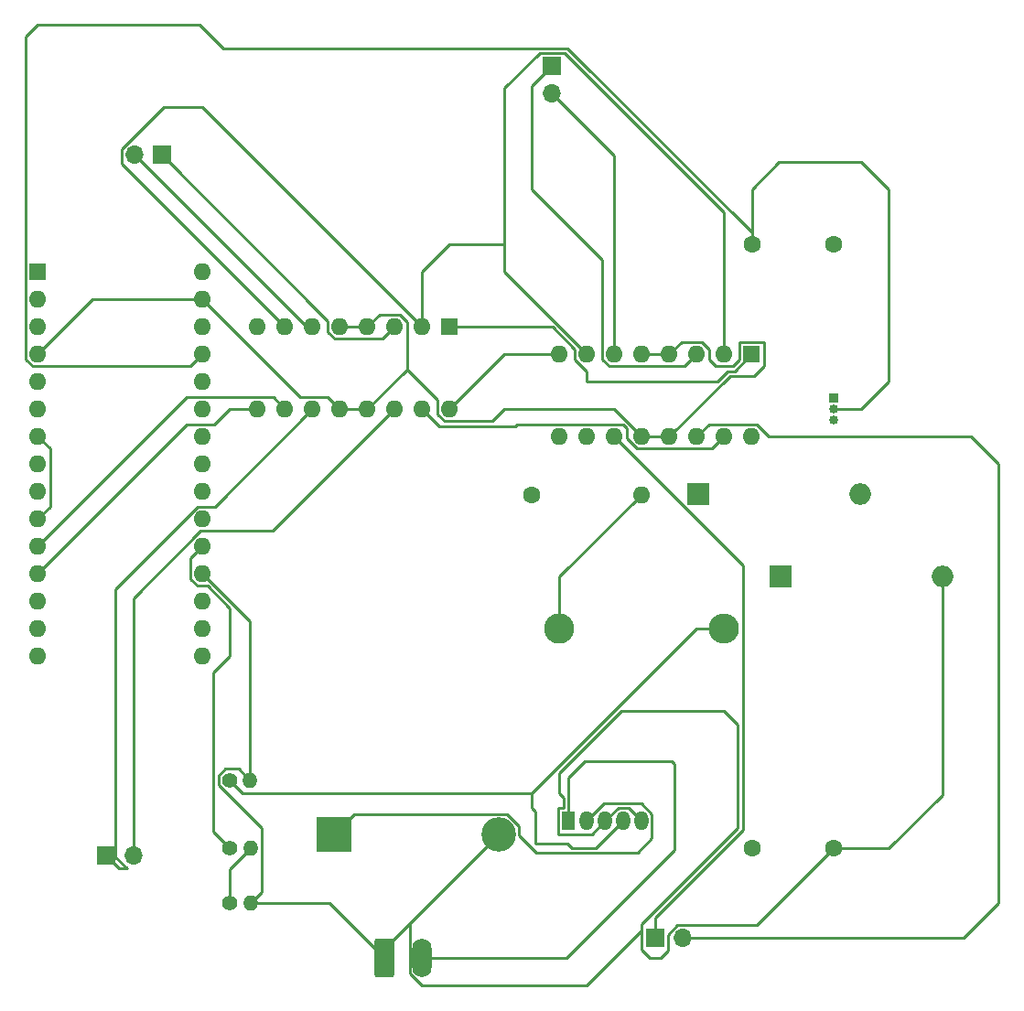
<source format=gbr>
%TF.GenerationSoftware,KiCad,Pcbnew,7.0.2*%
%TF.CreationDate,2023-04-22T23:51:56+05:30*%
%TF.ProjectId,Final circuit pcb file,46696e61-6c20-4636-9972-637569742070,rev?*%
%TF.SameCoordinates,Original*%
%TF.FileFunction,Copper,L1,Top*%
%TF.FilePolarity,Positive*%
%FSLAX46Y46*%
G04 Gerber Fmt 4.6, Leading zero omitted, Abs format (unit mm)*
G04 Created by KiCad (PCBNEW 7.0.2) date 2023-04-22 23:51:56*
%MOMM*%
%LPD*%
G01*
G04 APERTURE LIST*
G04 Aperture macros list*
%AMRoundRect*
0 Rectangle with rounded corners*
0 $1 Rounding radius*
0 $2 $3 $4 $5 $6 $7 $8 $9 X,Y pos of 4 corners*
0 Add a 4 corners polygon primitive as box body*
4,1,4,$2,$3,$4,$5,$6,$7,$8,$9,$2,$3,0*
0 Add four circle primitives for the rounded corners*
1,1,$1+$1,$2,$3*
1,1,$1+$1,$4,$5*
1,1,$1+$1,$6,$7*
1,1,$1+$1,$8,$9*
0 Add four rect primitives between the rounded corners*
20,1,$1+$1,$2,$3,$4,$5,0*
20,1,$1+$1,$4,$5,$6,$7,0*
20,1,$1+$1,$6,$7,$8,$9,0*
20,1,$1+$1,$8,$9,$2,$3,0*%
G04 Aperture macros list end*
%TA.AperFunction,ComponentPad*%
%ADD10C,1.600000*%
%TD*%
%TA.AperFunction,ComponentPad*%
%ADD11R,1.600000X1.600000*%
%TD*%
%TA.AperFunction,ComponentPad*%
%ADD12O,1.600000X1.600000*%
%TD*%
%TA.AperFunction,ComponentPad*%
%ADD13R,2.000000X2.000000*%
%TD*%
%TA.AperFunction,ComponentPad*%
%ADD14O,2.000000X2.000000*%
%TD*%
%TA.AperFunction,ComponentPad*%
%ADD15RoundRect,0.250000X-0.650000X-1.550000X0.650000X-1.550000X0.650000X1.550000X-0.650000X1.550000X0*%
%TD*%
%TA.AperFunction,ComponentPad*%
%ADD16O,1.800000X3.600000*%
%TD*%
%TA.AperFunction,ComponentPad*%
%ADD17C,1.400000*%
%TD*%
%TA.AperFunction,ComponentPad*%
%ADD18O,1.400000X1.400000*%
%TD*%
%TA.AperFunction,ComponentPad*%
%ADD19R,1.700000X1.700000*%
%TD*%
%TA.AperFunction,ComponentPad*%
%ADD20O,1.700000X1.700000*%
%TD*%
%TA.AperFunction,ComponentPad*%
%ADD21R,1.275000X1.800000*%
%TD*%
%TA.AperFunction,ComponentPad*%
%ADD22O,1.275000X1.800000*%
%TD*%
%TA.AperFunction,ComponentPad*%
%ADD23C,2.800000*%
%TD*%
%TA.AperFunction,ComponentPad*%
%ADD24O,2.800000X2.800000*%
%TD*%
%TA.AperFunction,ComponentPad*%
%ADD25R,0.850000X0.850000*%
%TD*%
%TA.AperFunction,ComponentPad*%
%ADD26O,0.850000X0.850000*%
%TD*%
%TA.AperFunction,ComponentPad*%
%ADD27R,3.200000X3.200000*%
%TD*%
%TA.AperFunction,ComponentPad*%
%ADD28O,3.200000X3.200000*%
%TD*%
%TA.AperFunction,Conductor*%
%ADD29C,0.250000*%
%TD*%
G04 APERTURE END LIST*
D10*
%TO.P,R4,1*%
%TO.N,Net-(A1-+5V)*%
X109240000Y-101600000D03*
%TO.P,R4,2*%
%TO.N,GND*%
X116840000Y-101600000D03*
%TD*%
D11*
%TO.P,U3,1,EN1\u002C2*%
%TO.N,Net-(A1-D6)*%
X109220000Y-55880000D03*
D12*
%TO.P,U3,2,1A*%
%TO.N,Net-(A1-D4)*%
X106680000Y-55880000D03*
%TO.P,U3,3,1Y*%
%TO.N,Net-(J3-Pin_1)*%
X104140000Y-55880000D03*
%TO.P,U3,4,GND*%
%TO.N,Net-(A1-GND-Pad29)*%
X101600000Y-55880000D03*
%TO.P,U3,5,GND*%
X99060000Y-55880000D03*
%TO.P,U3,6,2Y*%
%TO.N,Net-(J3-Pin_2)*%
X96520000Y-55880000D03*
%TO.P,U3,7,2A*%
%TO.N,Net-(A1-D4)*%
X93980000Y-55880000D03*
%TO.P,U3,8,VCC2*%
%TO.N,Net-(A1-VIN)*%
X91440000Y-55880000D03*
%TO.P,U3,9,EN3\u002C4*%
%TO.N,Net-(A1-D9)*%
X91440000Y-63500000D03*
%TO.P,U3,10,3A*%
%TO.N,Net-(A1-D8)*%
X93980000Y-63500000D03*
%TO.P,U3,11,3Y*%
%TO.N,Net-(J4-Pin_1)*%
X96520000Y-63500000D03*
%TO.P,U3,12,GND*%
%TO.N,Net-(A1-GND-Pad29)*%
X99060000Y-63500000D03*
%TO.P,U3,13,GND*%
X101600000Y-63500000D03*
%TO.P,U3,14,4Y*%
%TO.N,Net-(J4-Pin_2)*%
X104140000Y-63500000D03*
%TO.P,U3,15,4A*%
%TO.N,Net-(A1-D3)*%
X106680000Y-63500000D03*
%TO.P,U3,16,VCC1*%
%TO.N,Net-(A1-VIN)*%
X109220000Y-63500000D03*
%TD*%
D13*
%TO.P,C1,1*%
%TO.N,+12P*%
X111880000Y-76442500D03*
D14*
%TO.P,C1,2*%
%TO.N,GND*%
X126880000Y-76442500D03*
%TD*%
D11*
%TO.P,U2,1,EN1\u002C2*%
%TO.N,Net-(A1-D6)*%
X81280000Y-53340000D03*
D12*
%TO.P,U2,2,1A*%
%TO.N,Net-(A1-D4)*%
X78740000Y-53340000D03*
%TO.P,U2,3,1Y*%
%TO.N,Net-(J1-Pin_1)*%
X76200000Y-53340000D03*
%TO.P,U2,4,GND*%
%TO.N,Net-(A1-GND-Pad29)*%
X73660000Y-53340000D03*
%TO.P,U2,5,GND*%
X71120000Y-53340000D03*
%TO.P,U2,6,2Y*%
%TO.N,Net-(J1-Pin_2)*%
X68580000Y-53340000D03*
%TO.P,U2,7,2A*%
%TO.N,Net-(A1-D4)*%
X66040000Y-53340000D03*
%TO.P,U2,8,VCC2*%
%TO.N,Net-(A1-VIN)*%
X63500000Y-53340000D03*
%TO.P,U2,9,EN3\u002C4*%
%TO.N,Net-(A1-D9)*%
X63500000Y-60960000D03*
%TO.P,U2,10,3A*%
%TO.N,Net-(A1-D8)*%
X66040000Y-60960000D03*
%TO.P,U2,11,3Y*%
%TO.N,Net-(J2-Pin_1)*%
X68580000Y-60960000D03*
%TO.P,U2,12,GND*%
%TO.N,Net-(A1-GND-Pad29)*%
X71120000Y-60960000D03*
%TO.P,U2,13,GND*%
X73660000Y-60960000D03*
%TO.P,U2,14,4Y*%
%TO.N,Net-(J2-Pin_2)*%
X76200000Y-60960000D03*
%TO.P,U2,15,4A*%
%TO.N,Net-(A1-D3)*%
X78740000Y-60960000D03*
%TO.P,U2,16,VCC1*%
%TO.N,Net-(A1-VIN)*%
X81280000Y-60960000D03*
%TD*%
D15*
%TO.P,J6,1,Pin_1*%
%TO.N,GND*%
X75240000Y-111760000D03*
D16*
%TO.P,J6,2,Pin_2*%
%TO.N,+12P*%
X78740000Y-111760000D03*
%TD*%
D17*
%TO.P,R6,1*%
%TO.N,Net-(R5-Pad2)*%
X60960000Y-106680000D03*
D18*
%TO.P,R6,2*%
%TO.N,GND*%
X62860000Y-106680000D03*
%TD*%
D10*
%TO.P,R3,1*%
%TO.N,Net-(A1-+5V)*%
X109240000Y-45720000D03*
%TO.P,R3,2*%
%TO.N,Net-(A1-A1)*%
X116840000Y-45720000D03*
%TD*%
%TO.P,L1,1,1*%
%TO.N,Net-(D1-K)*%
X88860000Y-68880000D03*
D12*
%TO.P,L1,2,2*%
%TO.N,Net-(A1-VIN)*%
X99020000Y-68880000D03*
%TD*%
D19*
%TO.P,J1,1,Pin_1*%
%TO.N,Net-(J1-Pin_1)*%
X54640000Y-37420000D03*
D20*
%TO.P,J1,2,Pin_2*%
%TO.N,Net-(J1-Pin_2)*%
X52100000Y-37420000D03*
%TD*%
D21*
%TO.P,U1,1,VIN*%
%TO.N,+12P*%
X92260000Y-99060000D03*
D22*
%TO.P,U1,2,OUT*%
%TO.N,Net-(D1-K)*%
X93960000Y-99060000D03*
%TO.P,U1,3,GND*%
%TO.N,GND*%
X95660000Y-99060000D03*
%TO.P,U1,4,FB*%
%TO.N,Net-(U1-FB)*%
X97360000Y-99060000D03*
%TO.P,U1,5,~{ON}/OFF*%
%TO.N,GND*%
X99060000Y-99060000D03*
%TD*%
D23*
%TO.P,R1,1*%
%TO.N,Net-(A1-VIN)*%
X91440000Y-81280000D03*
D24*
%TO.P,R1,2*%
%TO.N,Net-(U1-FB)*%
X106680000Y-81280000D03*
%TD*%
D17*
%TO.P,R2,1*%
%TO.N,Net-(U1-FB)*%
X60910000Y-95280000D03*
D18*
%TO.P,R2,2*%
%TO.N,GND*%
X62810000Y-95280000D03*
%TD*%
D25*
%TO.P,J5,1,Pin_1*%
%TO.N,GND*%
X116840000Y-59960000D03*
D26*
%TO.P,J5,2,Pin_2*%
%TO.N,Net-(A1-+5V)*%
X116840000Y-60960000D03*
%TO.P,J5,3,Pin_3*%
%TO.N,Net-(A1-D10)*%
X116840000Y-61960000D03*
%TD*%
D11*
%TO.P,A1,1,TX1*%
%TO.N,unconnected-(A1-TX1-Pad1)*%
X43180000Y-48260000D03*
D12*
%TO.P,A1,2,RX1*%
%TO.N,unconnected-(A1-RX1-Pad2)*%
X43180000Y-50800000D03*
%TO.P,A1,3,~{RESET}*%
%TO.N,unconnected-(A1-~{RESET}-Pad3)*%
X43180000Y-53340000D03*
%TO.P,A1,4,GND*%
%TO.N,Net-(A1-GND-Pad29)*%
X43180000Y-55880000D03*
%TO.P,A1,5,D2*%
%TO.N,unconnected-(A1-D2-Pad5)*%
X43180000Y-58420000D03*
%TO.P,A1,6,D3*%
%TO.N,Net-(A1-D3)*%
X43180000Y-60960000D03*
%TO.P,A1,7,D4*%
%TO.N,Net-(A1-D4)*%
X43180000Y-63500000D03*
%TO.P,A1,8,D5*%
%TO.N,unconnected-(A1-D5-Pad8)*%
X43180000Y-66040000D03*
%TO.P,A1,9,D6*%
%TO.N,Net-(A1-D6)*%
X43180000Y-68580000D03*
%TO.P,A1,10,D7*%
%TO.N,Net-(A1-D4)*%
X43180000Y-71120000D03*
%TO.P,A1,11,D8*%
%TO.N,Net-(A1-D8)*%
X43180000Y-73660000D03*
%TO.P,A1,12,D9*%
%TO.N,Net-(A1-D9)*%
X43180000Y-76200000D03*
%TO.P,A1,13,D10*%
%TO.N,Net-(A1-D10)*%
X43180000Y-78740000D03*
%TO.P,A1,14,MOSI*%
%TO.N,unconnected-(A1-MOSI-Pad14)*%
X43180000Y-81280000D03*
%TO.P,A1,15,MISO*%
%TO.N,unconnected-(A1-MISO-Pad15)*%
X43180000Y-83820000D03*
%TO.P,A1,16,SCK*%
%TO.N,unconnected-(A1-SCK-Pad16)*%
X58420000Y-83820000D03*
%TO.P,A1,17,3V3*%
%TO.N,unconnected-(A1-3V3-Pad17)*%
X58420000Y-81280000D03*
%TO.P,A1,18,AREF*%
%TO.N,unconnected-(A1-AREF-Pad18)*%
X58420000Y-78740000D03*
%TO.P,A1,19,A0*%
%TO.N,GND*%
X58420000Y-76200000D03*
%TO.P,A1,20,A1*%
%TO.N,Net-(A1-A1)*%
X58420000Y-73660000D03*
%TO.P,A1,21,A2*%
%TO.N,unconnected-(A1-A2-Pad21)*%
X58420000Y-71120000D03*
%TO.P,A1,22,A3*%
%TO.N,unconnected-(A1-A3-Pad22)*%
X58420000Y-68580000D03*
%TO.P,A1,23,SDA/A4*%
%TO.N,unconnected-(A1-SDA{slash}A4-Pad23)*%
X58420000Y-66040000D03*
%TO.P,A1,24,SCL/A5*%
%TO.N,unconnected-(A1-SCL{slash}A5-Pad24)*%
X58420000Y-63500000D03*
%TO.P,A1,25,A6*%
%TO.N,unconnected-(A1-A6-Pad25)*%
X58420000Y-60960000D03*
%TO.P,A1,26,A7*%
%TO.N,unconnected-(A1-A7-Pad26)*%
X58420000Y-58420000D03*
%TO.P,A1,27,+5V*%
%TO.N,Net-(A1-+5V)*%
X58420000Y-55880000D03*
%TO.P,A1,28,~{RESET}*%
%TO.N,unconnected-(A1-~{RESET}-Pad28)*%
X58420000Y-53340000D03*
%TO.P,A1,29,GND*%
%TO.N,Net-(A1-GND-Pad29)*%
X58420000Y-50800000D03*
%TO.P,A1,30,VIN*%
%TO.N,Net-(A1-VIN)*%
X58420000Y-48260000D03*
%TD*%
D19*
%TO.P,J4,1,Pin_1*%
%TO.N,Net-(J4-Pin_1)*%
X100300000Y-109900000D03*
D20*
%TO.P,J4,2,Pin_2*%
%TO.N,Net-(J4-Pin_2)*%
X102840000Y-109900000D03*
%TD*%
D27*
%TO.P,D1,1,K*%
%TO.N,Net-(D1-K)*%
X70560000Y-100310000D03*
D28*
%TO.P,D1,2,A*%
%TO.N,GND*%
X85800000Y-100310000D03*
%TD*%
D19*
%TO.P,J3,1,Pin_1*%
%TO.N,Net-(J3-Pin_1)*%
X90760000Y-29180000D03*
D20*
%TO.P,J3,2,Pin_2*%
%TO.N,Net-(J3-Pin_2)*%
X90760000Y-31720000D03*
%TD*%
D19*
%TO.P,J2,1,Pin_1*%
%TO.N,Net-(J2-Pin_1)*%
X49500000Y-102280000D03*
D20*
%TO.P,J2,2,Pin_2*%
%TO.N,Net-(J2-Pin_2)*%
X52040000Y-102280000D03*
%TD*%
D13*
%TO.P,C2,1*%
%TO.N,Net-(A1-VIN)*%
X104260000Y-68822500D03*
D14*
%TO.P,C2,2*%
%TO.N,GND*%
X119260000Y-68822500D03*
%TD*%
D17*
%TO.P,R5,1*%
%TO.N,Net-(A1-A1)*%
X60960000Y-101600000D03*
D18*
%TO.P,R5,2*%
%TO.N,Net-(R5-Pad2)*%
X62860000Y-101600000D03*
%TD*%
D29*
%TO.N,Net-(A1-GND-Pad29)*%
X76665991Y-52215000D02*
X77325000Y-52874009D01*
X80814009Y-62085000D02*
X85235000Y-62085000D01*
X110345000Y-57005000D02*
X109445000Y-57905000D01*
X86360000Y-60960000D02*
X96520000Y-60960000D01*
X69995000Y-59835000D02*
X71120000Y-60960000D01*
X101600000Y-55880000D02*
X102725000Y-54755000D01*
X71120000Y-53340000D02*
X73660000Y-53340000D01*
X85235000Y-62085000D02*
X86360000Y-60960000D01*
X105265000Y-55414009D02*
X105265000Y-56345991D01*
X96520000Y-60960000D02*
X99060000Y-63500000D01*
X105265000Y-56345991D02*
X105924009Y-57005000D01*
X102725000Y-54755000D02*
X104605991Y-54755000D01*
X107195000Y-57905000D02*
X101600000Y-63500000D01*
X108095000Y-56368604D02*
X108095000Y-54755000D01*
X67455000Y-59835000D02*
X69995000Y-59835000D01*
X73660000Y-53340000D02*
X74785000Y-52215000D01*
X77325000Y-52874009D02*
X77325000Y-57295000D01*
X107458604Y-57005000D02*
X108095000Y-56368604D01*
X48260000Y-50800000D02*
X43180000Y-55880000D01*
X104605991Y-54755000D02*
X105265000Y-55414009D01*
X77325000Y-57295000D02*
X73660000Y-60960000D01*
X73660000Y-60960000D02*
X71120000Y-60960000D01*
X108095000Y-54755000D02*
X110345000Y-54755000D01*
X58420000Y-50800000D02*
X67455000Y-59835000D01*
X99060000Y-55880000D02*
X101600000Y-55880000D01*
X110345000Y-54755000D02*
X110345000Y-57005000D01*
X109445000Y-57905000D02*
X107195000Y-57905000D01*
X80155000Y-60125000D02*
X80155000Y-61425991D01*
X77325000Y-57295000D02*
X80155000Y-60125000D01*
X105924009Y-57005000D02*
X107458604Y-57005000D01*
X58420000Y-50800000D02*
X48260000Y-50800000D01*
X101600000Y-63500000D02*
X99060000Y-63500000D01*
X74785000Y-52215000D02*
X76665991Y-52215000D01*
X80155000Y-61425991D02*
X80814009Y-62085000D01*
%TO.N,Net-(A1-D3)*%
X97645000Y-62721396D02*
X97298604Y-62375000D01*
X97298604Y-62375000D02*
X87485000Y-62375000D01*
X80315000Y-62535000D02*
X78740000Y-60960000D01*
X106680000Y-63500000D02*
X105555000Y-64625000D01*
X98594009Y-64625000D02*
X97645000Y-63675991D01*
X87485000Y-62375000D02*
X87325000Y-62535000D01*
X97645000Y-63675991D02*
X97645000Y-62721396D01*
X105555000Y-64625000D02*
X98594009Y-64625000D01*
X87325000Y-62535000D02*
X80315000Y-62535000D01*
%TO.N,Net-(A1-D4)*%
X86360000Y-48260000D02*
X93980000Y-55880000D01*
X50925000Y-36933299D02*
X54838299Y-33020000D01*
X44305000Y-64625000D02*
X43180000Y-63500000D01*
X89585000Y-28005000D02*
X86360000Y-31230000D01*
X54838299Y-33020000D02*
X58420000Y-33020000D01*
X106680000Y-42750000D02*
X91935000Y-28005000D01*
X86360000Y-45720000D02*
X86360000Y-48260000D01*
X58420000Y-33020000D02*
X78740000Y-53340000D01*
X78740000Y-53340000D02*
X78740000Y-48260000D01*
X66040000Y-53340000D02*
X50925000Y-38225000D01*
X106680000Y-55880000D02*
X106680000Y-42750000D01*
X81280000Y-45720000D02*
X86360000Y-45720000D01*
X91935000Y-28005000D02*
X89585000Y-28005000D01*
X44305000Y-69995000D02*
X44305000Y-64625000D01*
X86360000Y-31230000D02*
X86360000Y-45720000D01*
X50925000Y-38225000D02*
X50925000Y-36933299D01*
X78740000Y-48260000D02*
X81280000Y-45720000D01*
X43180000Y-71120000D02*
X44305000Y-69995000D01*
%TO.N,Net-(A1-D6)*%
X107008604Y-57455000D02*
X107645000Y-57455000D01*
X106043604Y-58420000D02*
X107008604Y-57455000D01*
X92855000Y-56345991D02*
X93980000Y-57470991D01*
X93980000Y-57470991D02*
X93980000Y-58420000D01*
X107645000Y-57455000D02*
X109220000Y-55880000D01*
X90780991Y-53340000D02*
X92855000Y-55414009D01*
X93980000Y-58420000D02*
X106043604Y-58420000D01*
X92855000Y-55414009D02*
X92855000Y-56345991D01*
X81280000Y-53340000D02*
X90780991Y-53340000D01*
%TO.N,Net-(A1-D8)*%
X43180000Y-73660000D02*
X56955000Y-59885000D01*
X64965000Y-59885000D02*
X66040000Y-60960000D01*
X56955000Y-59885000D02*
X64965000Y-59885000D01*
%TO.N,Net-(A1-D9)*%
X56955000Y-62425000D02*
X59495000Y-62425000D01*
X43180000Y-76200000D02*
X56955000Y-62425000D01*
X59495000Y-62425000D02*
X60960000Y-60960000D01*
X60960000Y-60960000D02*
X63500000Y-60960000D01*
%TO.N,GND*%
X78718299Y-114300000D02*
X93980000Y-114300000D01*
X99810000Y-111760000D02*
X99060000Y-111010000D01*
X77565000Y-113146701D02*
X78718299Y-114300000D01*
X93980000Y-114300000D02*
X99060000Y-109220000D01*
X63885000Y-99704569D02*
X59885000Y-95704569D01*
X62810000Y-80590000D02*
X58420000Y-76200000D01*
X91297500Y-100285000D02*
X91297500Y-97835000D01*
X62860000Y-106680000D02*
X63885000Y-105655000D01*
X97835000Y-97835000D02*
X96885000Y-97835000D01*
X62860000Y-106680000D02*
X70160000Y-106680000D01*
X59885000Y-94855431D02*
X60485431Y-94255000D01*
X59885000Y-95704569D02*
X59885000Y-94855431D01*
X97156396Y-88900000D02*
X91440000Y-94616396D01*
X99060000Y-99060000D02*
X97835000Y-97835000D01*
X101475000Y-109603299D02*
X101475000Y-111075000D01*
X60485431Y-94255000D02*
X61785000Y-94255000D01*
X99060000Y-111010000D02*
X99060000Y-108583604D01*
X70160000Y-106680000D02*
X75240000Y-111760000D01*
X85800000Y-100310000D02*
X77565000Y-108545000D01*
X62810000Y-95280000D02*
X62810000Y-80590000D01*
X63885000Y-105655000D02*
X63885000Y-99704569D01*
X102353299Y-108725000D02*
X101475000Y-109603299D01*
X91297500Y-97835000D02*
X91810000Y-97835000D01*
X91440000Y-96520000D02*
X91810000Y-96890000D01*
X61785000Y-94255000D02*
X62810000Y-95280000D01*
X106680000Y-88900000D02*
X97156396Y-88900000D01*
X107955000Y-90175000D02*
X106680000Y-88900000D01*
X116840000Y-101600000D02*
X109715000Y-108725000D01*
X126880000Y-96640000D02*
X126880000Y-76442500D01*
X85800000Y-100310000D02*
X75240000Y-110870000D01*
X94435000Y-100285000D02*
X91297500Y-100285000D01*
X91440000Y-94616396D02*
X91440000Y-96520000D01*
X99060000Y-108583604D02*
X107955000Y-99688604D01*
X109715000Y-108725000D02*
X102353299Y-108725000D01*
X107955000Y-99688604D02*
X107955000Y-90175000D01*
X121920000Y-101600000D02*
X126880000Y-96640000D01*
X91810000Y-96890000D02*
X91810000Y-97835000D01*
X95660000Y-99060000D02*
X94435000Y-100285000D01*
X116840000Y-101600000D02*
X121920000Y-101600000D01*
X96885000Y-97835000D02*
X95660000Y-99060000D01*
X100790000Y-111760000D02*
X99810000Y-111760000D01*
X77565000Y-108545000D02*
X77565000Y-113146701D01*
X101475000Y-111075000D02*
X100790000Y-111760000D01*
X75240000Y-110870000D02*
X75240000Y-111760000D01*
%TO.N,Net-(A1-A1)*%
X57295000Y-76665991D02*
X57295000Y-74785000D01*
X57954009Y-77325000D02*
X57295000Y-76665991D01*
X58908604Y-77325000D02*
X57954009Y-77325000D01*
X59435000Y-85345000D02*
X60960000Y-83820000D01*
X60960000Y-101600000D02*
X59435000Y-100075000D01*
X57295000Y-74785000D02*
X58420000Y-73660000D01*
X59435000Y-100075000D02*
X59435000Y-85345000D01*
X60960000Y-79376396D02*
X58908604Y-77325000D01*
X60960000Y-83820000D02*
X60960000Y-79376396D01*
%TO.N,Net-(A1-+5V)*%
X57295000Y-57005000D02*
X42714009Y-57005000D01*
X121920000Y-40640000D02*
X121920000Y-58420000D01*
X119380000Y-38100000D02*
X121920000Y-40640000D01*
X119380000Y-60960000D02*
X116840000Y-60960000D01*
X58148299Y-25400000D02*
X60303299Y-27555000D01*
X43180000Y-25400000D02*
X58148299Y-25400000D01*
X42055000Y-56345991D02*
X42055000Y-26525000D01*
X111760000Y-38100000D02*
X119380000Y-38100000D01*
X60303299Y-27555000D02*
X92206370Y-27555000D01*
X58420000Y-55880000D02*
X57295000Y-57005000D01*
X121920000Y-58420000D02*
X119380000Y-60960000D01*
X109240000Y-40620000D02*
X111760000Y-38100000D01*
X92206370Y-27555000D02*
X109240000Y-44588630D01*
X42055000Y-26525000D02*
X43180000Y-25400000D01*
X42714009Y-57005000D02*
X42055000Y-56345991D01*
X109240000Y-45720000D02*
X109240000Y-40620000D01*
%TO.N,Net-(A1-VIN)*%
X86360000Y-55880000D02*
X81280000Y-60960000D01*
X91440000Y-81280000D02*
X91440000Y-76460000D01*
X91440000Y-55880000D02*
X86360000Y-55880000D01*
X91440000Y-76460000D02*
X99020000Y-68880000D01*
%TO.N,+12P*%
X93793604Y-93530000D02*
X92260000Y-95063604D01*
X102050000Y-101786396D02*
X102050000Y-93793604D01*
X92076396Y-111760000D02*
X102050000Y-101786396D01*
X101786396Y-93530000D02*
X93793604Y-93530000D01*
X102050000Y-93793604D02*
X101786396Y-93530000D01*
X78740000Y-111760000D02*
X92076396Y-111760000D01*
X92260000Y-95063604D02*
X92260000Y-99060000D01*
%TO.N,Net-(D1-K)*%
X72435000Y-98435000D02*
X86576651Y-98435000D01*
X95585000Y-97435000D02*
X93960000Y-99060000D01*
X98987970Y-97435000D02*
X95585000Y-97435000D01*
X70560000Y-100310000D02*
X72435000Y-98435000D01*
X89300000Y-102000000D02*
X98660000Y-102000000D01*
X87675000Y-100375000D02*
X89300000Y-102000000D01*
X99972500Y-98419530D02*
X98987970Y-97435000D01*
X86576651Y-98435000D02*
X87675000Y-99533349D01*
X87675000Y-99533349D02*
X87675000Y-100375000D01*
X98660000Y-102000000D02*
X99972500Y-100687500D01*
X99972500Y-98419530D02*
X99972500Y-100687500D01*
%TO.N,Net-(J1-Pin_1)*%
X75075000Y-54465000D02*
X70654009Y-54465000D01*
X70654009Y-54465000D02*
X69995000Y-53805991D01*
X76200000Y-53340000D02*
X75075000Y-54465000D01*
X69995000Y-53805991D02*
X69995000Y-52775000D01*
X69995000Y-52775000D02*
X54640000Y-37420000D01*
%TO.N,Net-(J1-Pin_2)*%
X68580000Y-53340000D02*
X68020000Y-53340000D01*
X68020000Y-53340000D02*
X52100000Y-37420000D01*
%TO.N,Net-(J2-Pin_1)*%
X49500000Y-102280000D02*
X50675000Y-103455000D01*
X51403604Y-103455000D02*
X50350000Y-102401396D01*
X59545000Y-69995000D02*
X68580000Y-60960000D01*
X50350000Y-77599009D02*
X57954009Y-69995000D01*
X57954009Y-69995000D02*
X59545000Y-69995000D01*
X50350000Y-102401396D02*
X50350000Y-77599009D01*
X50675000Y-103455000D02*
X51403604Y-103455000D01*
%TO.N,Net-(J2-Pin_2)*%
X58244009Y-72245000D02*
X64915000Y-72245000D01*
X64915000Y-72245000D02*
X76200000Y-60960000D01*
X52040000Y-102280000D02*
X52040000Y-78449009D01*
X52040000Y-78449009D02*
X58244009Y-72245000D01*
%TO.N,Net-(J3-Pin_1)*%
X103015000Y-57005000D02*
X96054009Y-57005000D01*
X88900000Y-31040000D02*
X90760000Y-29180000D01*
X88900000Y-40640000D02*
X88900000Y-31040000D01*
X95395000Y-47135000D02*
X88900000Y-40640000D01*
X95395000Y-56345991D02*
X95395000Y-47135000D01*
X104140000Y-55880000D02*
X103015000Y-57005000D01*
X96054009Y-57005000D02*
X95395000Y-56345991D01*
%TO.N,Net-(J3-Pin_2)*%
X96520000Y-55880000D02*
X96520000Y-37480000D01*
X96520000Y-37480000D02*
X90760000Y-31720000D01*
%TO.N,Net-(J4-Pin_1)*%
X108405000Y-75385000D02*
X108405000Y-99875000D01*
X96520000Y-63500000D02*
X108405000Y-75385000D01*
X100300000Y-107980000D02*
X100300000Y-109900000D01*
X108405000Y-99875000D02*
X100300000Y-107980000D01*
%TO.N,Net-(J4-Pin_2)*%
X102840000Y-109900000D02*
X128860000Y-109900000D01*
X110810991Y-63500000D02*
X109685991Y-62375000D01*
X109685991Y-62375000D02*
X105265000Y-62375000D01*
X128860000Y-109900000D02*
X132080000Y-106680000D01*
X132080000Y-106680000D02*
X132080000Y-66040000D01*
X132080000Y-66040000D02*
X129540000Y-63500000D01*
X129540000Y-63500000D02*
X110810991Y-63500000D01*
X105265000Y-62375000D02*
X104140000Y-63500000D01*
%TO.N,Net-(U1-FB)*%
X62150000Y-96520000D02*
X88900000Y-96520000D01*
X94820000Y-101600000D02*
X97360000Y-99060000D01*
X60910000Y-95280000D02*
X62150000Y-96520000D01*
X89211104Y-101150000D02*
X92162500Y-101150000D01*
X88900000Y-96520000D02*
X88900000Y-97887500D01*
X92612500Y-101600000D02*
X94820000Y-101600000D01*
X89211104Y-98198604D02*
X89211104Y-101150000D01*
X104140000Y-81280000D02*
X88900000Y-96520000D01*
X92162500Y-101150000D02*
X92612500Y-101600000D01*
X106680000Y-81280000D02*
X104140000Y-81280000D01*
X88900000Y-97887500D02*
X89211104Y-98198604D01*
%TO.N,Net-(R5-Pad2)*%
X60960000Y-103500000D02*
X60960000Y-106680000D01*
X62860000Y-101600000D02*
X60960000Y-103500000D01*
%TD*%
M02*

</source>
